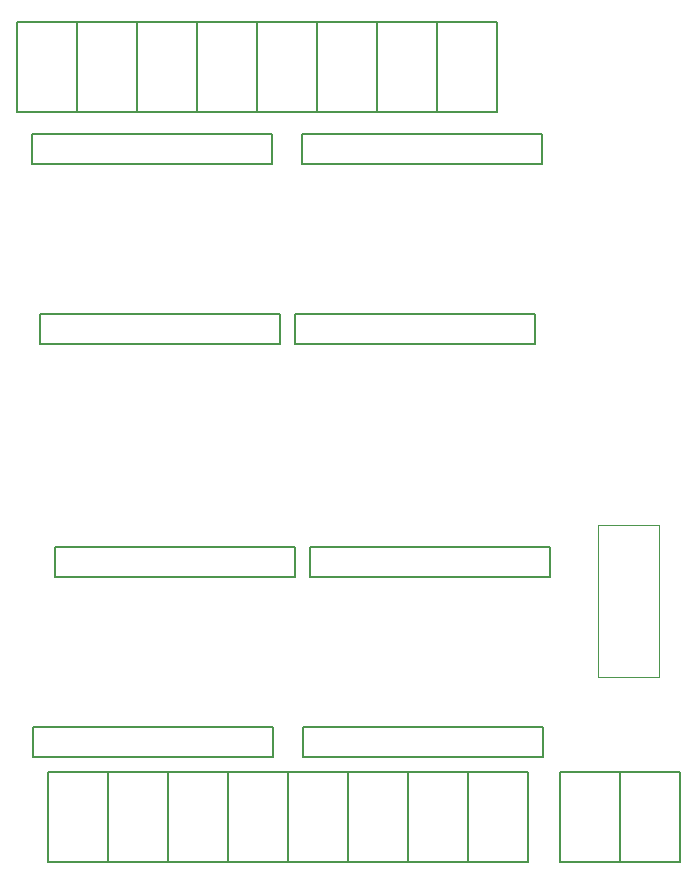
<source format=gbr>
G04 EasyPC Gerber Version 20.0.2 Build 4112 *
G04 #@! TF.Part,Single*
%FSLAX35Y35*%
%MOIN*%
%ADD127C,0.00197*%
%ADD11C,0.00500*%
X0Y0D02*
D02*
D11*
X42750Y250407D02*
X62750D01*
Y280407*
X42750*
Y250407*
X47809Y35368D02*
X127809D01*
Y45368*
X47809*
Y35368*
X52809Y368D02*
X72809D01*
Y30368*
X52809*
Y368*
X55250Y95368D02*
X135250D01*
Y105368*
X55250*
Y95368*
X62750Y250407D02*
X82750D01*
Y280407*
X62750*
Y250407*
X72809Y368D02*
X92809D01*
Y30368*
X72809*
Y368*
X82750Y250407D02*
X102750D01*
Y280407*
X82750*
Y250407*
X92809Y368D02*
X112809D01*
Y30368*
X92809*
Y368*
X102750Y250407D02*
X122750D01*
Y280407*
X102750*
Y250407*
X112809Y368D02*
X132809D01*
Y30368*
X112809*
Y368*
X122750Y250407D02*
X142750D01*
Y280407*
X122750*
Y250407*
X127750Y243124D02*
X47750D01*
Y233124*
X127750*
Y243124*
X130250Y182868D02*
X50250D01*
Y172868*
X130250*
Y182868*
X132809Y368D02*
X152809D01*
Y30368*
X132809*
Y368*
X137809Y35368D02*
X217809D01*
Y45368*
X137809*
Y35368*
X140250Y95368D02*
X220250D01*
Y105368*
X140250*
Y95368*
X142750Y250407D02*
X162750D01*
Y280407*
X142750*
Y250407*
X152809Y368D02*
X172809D01*
Y30368*
X152809*
Y368*
X162750Y250407D02*
X182750D01*
Y280407*
X162750*
Y250407*
X172809Y368D02*
X192809D01*
Y30368*
X172809*
Y368*
X182750Y250407D02*
X202750D01*
Y280407*
X182750*
Y250407*
X192809Y368D02*
X212809D01*
Y30368*
X192809*
Y368*
X215250Y182868D02*
X135250D01*
Y172868*
X215250*
Y182868*
X217750Y242888D02*
X137750D01*
Y232888*
X217750*
Y242888*
X223754Y250D02*
X243754D01*
Y30250*
X223754*
Y250*
X243596D02*
X263596D01*
Y30250*
X243596*
Y250*
D02*
D127*
X236250Y112691D02*
X256750D01*
Y61904*
X236250*
Y112691*
X0Y0D02*
M02*

</source>
